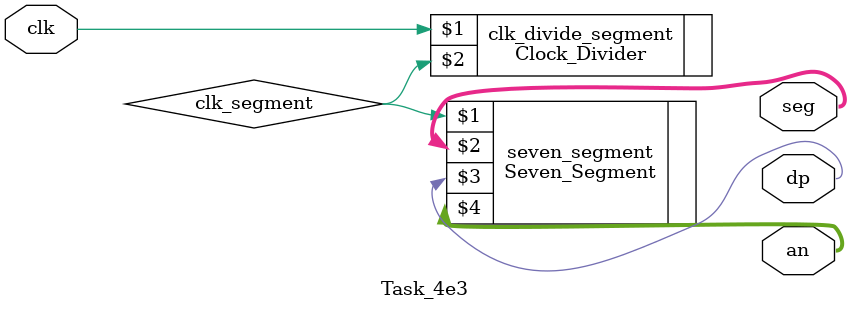
<source format=v>
`timescale 1ns / 1ps

module Task_4e3(
    input clk,
    output [6:0] seg, output dp, output [3:0] an
    );
    
    wire clk_segment;
    Clock_Divider #(100_000) clk_divide_segment (clk, clk_segment);
    
    Seven_Segment seven_segment (
       clk_segment, seg, dp, an);
       
endmodule

</source>
